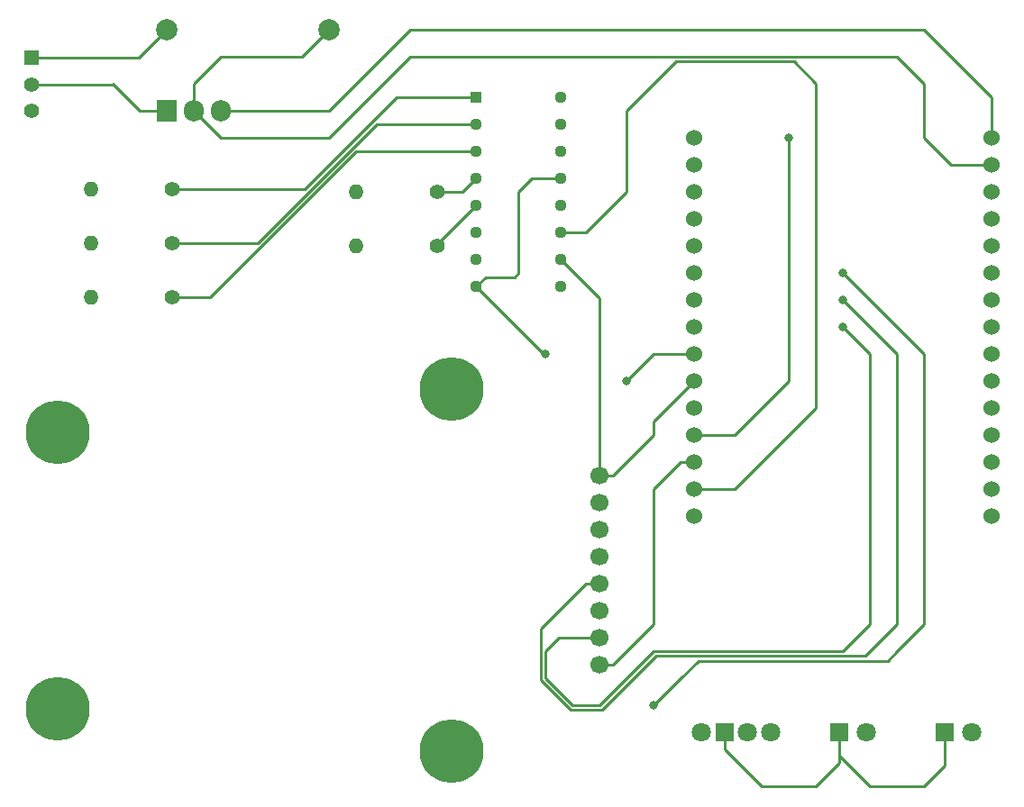
<source format=gbr>
%TF.GenerationSoftware,KiCad,Pcbnew,(6.0.11)*%
%TF.CreationDate,2023-02-17T23:10:17-08:00*%
%TF.ProjectId,badger,62616467-6572-42e6-9b69-6361645f7063,Original*%
%TF.SameCoordinates,Original*%
%TF.FileFunction,Copper,L1,Top*%
%TF.FilePolarity,Positive*%
%FSLAX46Y46*%
G04 Gerber Fmt 4.6, Leading zero omitted, Abs format (unit mm)*
G04 Created by KiCad (PCBNEW (6.0.11)) date 2023-02-17 23:10:17*
%MOMM*%
%LPD*%
G01*
G04 APERTURE LIST*
%TA.AperFunction,SMDPad,CuDef*%
%ADD10C,2.000000*%
%TD*%
%TA.AperFunction,ComponentPad*%
%ADD11C,1.400000*%
%TD*%
%TA.AperFunction,ComponentPad*%
%ADD12O,1.400000X1.400000*%
%TD*%
%TA.AperFunction,ComponentPad*%
%ADD13R,1.800000X1.800000*%
%TD*%
%TA.AperFunction,ComponentPad*%
%ADD14C,1.800000*%
%TD*%
%TA.AperFunction,ComponentPad*%
%ADD15R,1.130000X1.130000*%
%TD*%
%TA.AperFunction,ComponentPad*%
%ADD16C,1.130000*%
%TD*%
%TA.AperFunction,ComponentPad*%
%ADD17R,1.408000X1.408000*%
%TD*%
%TA.AperFunction,ComponentPad*%
%ADD18C,1.408000*%
%TD*%
%TA.AperFunction,ComponentPad*%
%ADD19R,1.905000X2.000000*%
%TD*%
%TA.AperFunction,ComponentPad*%
%ADD20O,1.905000X2.000000*%
%TD*%
%TA.AperFunction,ComponentPad*%
%ADD21C,6.000000*%
%TD*%
%TA.AperFunction,ComponentPad*%
%ADD22C,1.700000*%
%TD*%
%TA.AperFunction,ComponentPad*%
%ADD23C,1.524000*%
%TD*%
%TA.AperFunction,ViaPad*%
%ADD24C,0.800000*%
%TD*%
%TA.AperFunction,Conductor*%
%ADD25C,0.250000*%
%TD*%
G04 APERTURE END LIST*
D10*
%TO.P,PWR-0,1,Pin_1*%
%TO.N,Net-(CTRL0-Pad14)*%
X154940000Y-60960000D03*
%TD*%
D11*
%TO.P,R3,1*%
%TO.N,Net-(IC0-Pad4)*%
X165100000Y-76200000D03*
D12*
%TO.P,R3,2*%
%TO.N,Net-(LED1-Pad2)*%
X157480000Y-76200000D03*
%TD*%
D13*
%TO.P,LED2,1,K*%
%TO.N,Net-(CTRL0-Pad24)*%
X212760000Y-126960000D03*
D14*
%TO.P,LED2,2,A*%
%TO.N,Net-(LED2-Pad2)*%
X215300000Y-126960000D03*
%TD*%
D15*
%TO.P,IC0,1,QB*%
%TO.N,Net-(IC0-Pad1)*%
X168750000Y-67310000D03*
D16*
%TO.P,IC0,2,QC*%
%TO.N,Net-(IC0-Pad2)*%
X168750000Y-69850000D03*
%TO.P,IC0,3,QD*%
%TO.N,Net-(IC0-Pad3)*%
X168750000Y-72390000D03*
%TO.P,IC0,4,QE*%
%TO.N,Net-(IC0-Pad4)*%
X168750000Y-74930000D03*
%TO.P,IC0,5,QF*%
%TO.N,Net-(IC0-Pad5)*%
X168750000Y-77470000D03*
%TO.P,IC0,6,QG*%
%TO.N,unconnected-(IC0-Pad6)*%
X168750000Y-80010000D03*
%TO.P,IC0,7,QH*%
%TO.N,unconnected-(IC0-Pad7)*%
X168750000Y-82550000D03*
%TO.P,IC0,8,GND*%
%TO.N,Net-(CTRL0-Pad24)*%
X168750000Y-85090000D03*
%TO.P,IC0,9,QH'*%
%TO.N,unconnected-(IC0-Pad9)*%
X176690000Y-85090000D03*
%TO.P,IC0,10,~{SRCLR}*%
%TO.N,Net-(CTRL0-Pad25)*%
X176690000Y-82550000D03*
%TO.P,IC0,11,SRCLK*%
%TO.N,Net-(CTRL0-Pad29)*%
X176690000Y-80010000D03*
%TO.P,IC0,12,RCLK*%
%TO.N,Net-(CTRL0-Pad27)*%
X176690000Y-77470000D03*
%TO.P,IC0,13,~{OE}*%
%TO.N,Net-(CTRL0-Pad24)*%
X176690000Y-74930000D03*
%TO.P,IC0,14,SER*%
%TO.N,Net-(CTRL0-Pad26)*%
X176690000Y-72390000D03*
%TO.P,IC0,15,QA*%
%TO.N,unconnected-(IC0-Pad15)*%
X176690000Y-69850000D03*
%TO.P,IC0,16,VCC*%
%TO.N,Net-(CTRL0-Pad25)*%
X176690000Y-67310000D03*
%TD*%
D13*
%TO.P,LED1,1,K*%
%TO.N,Net-(CTRL0-Pad24)*%
X202860000Y-126960000D03*
D14*
%TO.P,LED1,2,A*%
%TO.N,Net-(LED1-Pad2)*%
X205400000Y-126960000D03*
%TD*%
%TO.P,LED0,1,RA*%
%TO.N,Net-(LED0-Pad1)*%
X189900000Y-126960000D03*
D13*
%TO.P,LED0,2,K*%
%TO.N,Net-(CTRL0-Pad24)*%
X192059000Y-126960000D03*
D14*
%TO.P,LED0,3,GA*%
%TO.N,Net-(LED0-Pad3)*%
X194218000Y-126960000D03*
%TO.P,LED0,4,BA*%
%TO.N,Net-(LED0-Pad4)*%
X196377000Y-126960000D03*
%TD*%
D17*
%TO.P,PSW0,1*%
%TO.N,Net-(PSW0-Pad1)*%
X127000000Y-63580000D03*
D18*
%TO.P,PSW0,2*%
%TO.N,Net-(PSW0-Pad2)*%
X127000000Y-66080000D03*
%TO.P,PSW0,3*%
%TO.N,unconnected-(PSW0-Pad3)*%
X127000000Y-68580000D03*
%TD*%
D19*
%TO.P,VR0,1,IN*%
%TO.N,Net-(PSW0-Pad2)*%
X139700000Y-68580000D03*
D20*
%TO.P,VR0,2,GND*%
%TO.N,Net-(CTRL0-Pad14)*%
X142240000Y-68580000D03*
%TO.P,VR0,3,OUT*%
%TO.N,Net-(CTRL0-Pad15)*%
X144780000Y-68580000D03*
%TD*%
D11*
%TO.P,R1,1*%
%TO.N,Net-(IC0-Pad2)*%
X140140000Y-81020000D03*
D12*
%TO.P,R1,2*%
%TO.N,Net-(LED0-Pad3)*%
X132520000Y-81020000D03*
%TD*%
D21*
%TO.P,IC1,*%
%TO.N,*%
X166400000Y-94760000D03*
X129400000Y-98760000D03*
X129400000Y-124760000D03*
X166400000Y-128760000D03*
D22*
%TO.P,IC1,1,SDA*%
%TO.N,Net-(CTRL0-Pad28)*%
X180340000Y-120650000D03*
%TO.P,IC1,2,SCK*%
%TO.N,Net-(CTRL0-Pad23)*%
X180340000Y-118110000D03*
%TO.P,IC1,3,MOSI*%
%TO.N,Net-(CTRL0-Pad21)*%
X180340000Y-115570000D03*
%TO.P,IC1,4,MISO*%
%TO.N,Net-(CTRL0-Pad22)*%
X180340000Y-113030000D03*
%TO.P,IC1,5,IRQ*%
%TO.N,unconnected-(IC1-Pad5)*%
X180340000Y-110490000D03*
%TO.P,IC1,6,GND*%
%TO.N,Net-(CTRL0-Pad24)*%
X180340000Y-107950000D03*
%TO.P,IC1,7,RST*%
%TO.N,unconnected-(IC1-Pad7)*%
X180340000Y-105410000D03*
%TO.P,IC1,8,3.3V*%
%TO.N,Net-(CTRL0-Pad25)*%
X180340000Y-102870000D03*
%TD*%
D11*
%TO.P,R4,1*%
%TO.N,Net-(IC0-Pad5)*%
X165100000Y-81280000D03*
D12*
%TO.P,R4,2*%
%TO.N,Net-(LED2-Pad2)*%
X157480000Y-81280000D03*
%TD*%
D23*
%TO.P,CTRL0,1,A0(ADC0)*%
%TO.N,unconnected-(CTRL0-Pad1)*%
X217170000Y-106680000D03*
%TO.P,CTRL0,2,RSV*%
%TO.N,unconnected-(CTRL0-Pad2)*%
X217170000Y-104140000D03*
%TO.P,CTRL0,3,RSV*%
%TO.N,unconnected-(CTRL0-Pad3)*%
X217170000Y-101600000D03*
%TO.P,CTRL0,4,SD3(GPIO10)*%
%TO.N,unconnected-(CTRL0-Pad4)*%
X217170000Y-99060000D03*
%TO.P,CTRL0,5,SD2(GPIO9)*%
%TO.N,unconnected-(CTRL0-Pad5)*%
X217170000Y-96520000D03*
%TO.P,CTRL0,6,SD1(MOSI)*%
%TO.N,unconnected-(CTRL0-Pad6)*%
X217170000Y-93980000D03*
%TO.P,CTRL0,7,CMD(CS)*%
%TO.N,unconnected-(CTRL0-Pad7)*%
X217170000Y-91440000D03*
%TO.P,CTRL0,8,SDO(MISO)*%
%TO.N,unconnected-(CTRL0-Pad8)*%
X217170000Y-88900000D03*
%TO.P,CTRL0,9,CLK(SCLK)*%
%TO.N,unconnected-(CTRL0-Pad9)*%
X217170000Y-86360000D03*
%TO.P,CTRL0,10,GND*%
%TO.N,unconnected-(CTRL0-Pad10)*%
X217170000Y-83820000D03*
%TO.P,CTRL0,11,3.3V*%
%TO.N,unconnected-(CTRL0-Pad11)*%
X217170000Y-81280000D03*
%TO.P,CTRL0,12,EN*%
%TO.N,unconnected-(CTRL0-Pad12)*%
X217170000Y-78740000D03*
%TO.P,CTRL0,13,RST*%
%TO.N,unconnected-(CTRL0-Pad13)*%
X217170000Y-76200000D03*
%TO.P,CTRL0,14,GND*%
%TO.N,Net-(CTRL0-Pad14)*%
X217170000Y-73660000D03*
%TO.P,CTRL0,15,VIN*%
%TO.N,Net-(CTRL0-Pad15)*%
X217170000Y-71120000D03*
%TO.P,CTRL0,16,3.3V*%
%TO.N,unconnected-(CTRL0-Pad16)*%
X189230000Y-71120000D03*
%TO.P,CTRL0,17,GND*%
%TO.N,unconnected-(CTRL0-Pad17)*%
X189230000Y-73660000D03*
%TO.P,CTRL0,18,TX(GPIO1)*%
%TO.N,unconnected-(CTRL0-Pad18)*%
X189230000Y-76200000D03*
%TO.P,CTRL0,19,RX(DPIO3)*%
%TO.N,unconnected-(CTRL0-Pad19)*%
X189230000Y-78740000D03*
%TO.P,CTRL0,20,D8(GPIO15)*%
%TO.N,unconnected-(CTRL0-Pad20)*%
X189230000Y-81280000D03*
%TO.P,CTRL0,21,D7(GPIO13)*%
%TO.N,Net-(CTRL0-Pad21)*%
X189230000Y-83820000D03*
%TO.P,CTRL0,22,D6(GPIO12)*%
%TO.N,Net-(CTRL0-Pad22)*%
X189230000Y-86360000D03*
%TO.P,CTRL0,23,D5(GPIO14)*%
%TO.N,Net-(CTRL0-Pad23)*%
X189230000Y-88900000D03*
%TO.P,CTRL0,24,GND*%
%TO.N,Net-(CTRL0-Pad24)*%
X189230000Y-91440000D03*
%TO.P,CTRL0,25,3.3V*%
%TO.N,Net-(CTRL0-Pad25)*%
X189230000Y-93980000D03*
%TO.P,CTRL0,26,D4(GPIO2)*%
%TO.N,Net-(CTRL0-Pad26)*%
X189230000Y-96520000D03*
%TO.P,CTRL0,27,D3(GPIO0)*%
%TO.N,Net-(CTRL0-Pad27)*%
X189230000Y-99060000D03*
%TO.P,CTRL0,28,D2(GPIO4)*%
%TO.N,Net-(CTRL0-Pad28)*%
X189230000Y-101600000D03*
%TO.P,CTRL0,29,D1(GPIO5)*%
%TO.N,Net-(CTRL0-Pad29)*%
X189230000Y-104140000D03*
%TO.P,CTRL0,30,D0(GPIO16)*%
%TO.N,unconnected-(CTRL0-Pad30)*%
X189230000Y-106680000D03*
%TD*%
D11*
%TO.P,R2,1*%
%TO.N,Net-(IC0-Pad3)*%
X140140000Y-86100000D03*
D12*
%TO.P,R2,2*%
%TO.N,Net-(LED0-Pad4)*%
X132520000Y-86100000D03*
%TD*%
D11*
%TO.P,R0,1*%
%TO.N,Net-(IC0-Pad1)*%
X140140000Y-75940000D03*
D12*
%TO.P,R0,2*%
%TO.N,Net-(LED0-Pad1)*%
X132520000Y-75940000D03*
%TD*%
D10*
%TO.P,PWR+0,1,Pin_1*%
%TO.N,Net-(PSW0-Pad1)*%
X139700000Y-60960000D03*
%TD*%
D24*
%TO.N,Net-(CTRL0-Pad21)*%
X203200000Y-83820000D03*
X185420000Y-124460000D03*
%TO.N,Net-(CTRL0-Pad22)*%
X203200000Y-86360000D03*
%TO.N,Net-(CTRL0-Pad23)*%
X203200000Y-88900000D03*
%TO.N,Net-(CTRL0-Pad24)*%
X175260000Y-91440000D03*
X182880000Y-93980000D03*
%TO.N,Net-(CTRL0-Pad27)*%
X198120000Y-71120000D03*
%TD*%
D25*
%TO.N,Net-(CTRL0-Pad14)*%
X152400000Y-63500000D02*
X154940000Y-60960000D01*
X208280000Y-63500000D02*
X210820000Y-66040000D01*
X154940000Y-71120000D02*
X162560000Y-63500000D01*
X142240000Y-66040000D02*
X144780000Y-63500000D01*
X142240000Y-68580000D02*
X142240000Y-66040000D01*
X144780000Y-71120000D02*
X154940000Y-71120000D01*
X144780000Y-63500000D02*
X152400000Y-63500000D01*
X210820000Y-66040000D02*
X210820000Y-71120000D01*
X210820000Y-71120000D02*
X213360000Y-73660000D01*
X213360000Y-73660000D02*
X217170000Y-73660000D01*
X162560000Y-63500000D02*
X208280000Y-63500000D01*
X142240000Y-68580000D02*
X144780000Y-71120000D01*
%TO.N,Net-(CTRL0-Pad15)*%
X217170000Y-67310000D02*
X217170000Y-71120000D01*
X144780000Y-68580000D02*
X154940000Y-68580000D01*
X154940000Y-68580000D02*
X162560000Y-60960000D01*
X210820000Y-60960000D02*
X217170000Y-67310000D01*
X162560000Y-60960000D02*
X210820000Y-60960000D01*
%TO.N,Net-(CTRL0-Pad21)*%
X210820000Y-114300000D02*
X210820000Y-116840000D01*
X210820000Y-93980000D02*
X210820000Y-114300000D01*
X207380000Y-120280000D02*
X195580000Y-120280000D01*
X210820000Y-116840000D02*
X208280000Y-119380000D01*
X208280000Y-119380000D02*
X207380000Y-120280000D01*
X195580000Y-120280000D02*
X189600000Y-120280000D01*
X203200000Y-83820000D02*
X210820000Y-91440000D01*
X210820000Y-91440000D02*
X210820000Y-93980000D01*
X187960000Y-121920000D02*
X185420000Y-124460000D01*
X189600000Y-120280000D02*
X187960000Y-121920000D01*
%TO.N,Net-(CTRL0-Pad22)*%
X208280000Y-91440000D02*
X208280000Y-116840000D01*
X203200000Y-86360000D02*
X208280000Y-91440000D01*
X174810000Y-117290000D02*
X179070000Y-113030000D01*
X185606396Y-119830000D02*
X180526396Y-124910000D01*
X180526396Y-124910000D02*
X177613604Y-124910000D01*
X205290000Y-119830000D02*
X185606396Y-119830000D01*
X174810000Y-122106396D02*
X174810000Y-117290000D01*
X177613604Y-124910000D02*
X174810000Y-122106396D01*
X208280000Y-116840000D02*
X205290000Y-119830000D01*
X179070000Y-113030000D02*
X180340000Y-113030000D01*
%TO.N,Net-(CTRL0-Pad23)*%
X175260000Y-119380000D02*
X176530000Y-118110000D01*
X175260000Y-121920000D02*
X175260000Y-119380000D01*
X205740000Y-91440000D02*
X205740000Y-116840000D01*
X203200000Y-88900000D02*
X205740000Y-91440000D01*
X205740000Y-116840000D02*
X203200000Y-119380000D01*
X176530000Y-118110000D02*
X180340000Y-118110000D01*
X203200000Y-119380000D02*
X185420000Y-119380000D01*
X177800000Y-124460000D02*
X175260000Y-121920000D01*
X185420000Y-119380000D02*
X180340000Y-124460000D01*
X180340000Y-124460000D02*
X177800000Y-124460000D01*
%TO.N,Net-(CTRL0-Pad24)*%
X189230000Y-91440000D02*
X185420000Y-91440000D01*
X205740000Y-132080000D02*
X202860000Y-129200000D01*
X202860000Y-126960000D02*
X202860000Y-129880000D01*
X202860000Y-129880000D02*
X200660000Y-132080000D01*
X168750000Y-85090000D02*
X169640000Y-84200000D01*
X175100000Y-91440000D02*
X168750000Y-85090000D01*
X202860000Y-129200000D02*
X202860000Y-126960000D01*
X195580000Y-132080000D02*
X192059000Y-128559000D01*
X169640000Y-84200000D02*
X172340000Y-84200000D01*
X210820000Y-132080000D02*
X205740000Y-132080000D01*
X212760000Y-130140000D02*
X210820000Y-132080000D01*
X212760000Y-126960000D02*
X212760000Y-130140000D01*
X200660000Y-132080000D02*
X195580000Y-132080000D01*
X172720000Y-83820000D02*
X172720000Y-76200000D01*
X192059000Y-128559000D02*
X192059000Y-126960000D01*
X173990000Y-74930000D02*
X176690000Y-74930000D01*
X172340000Y-84200000D02*
X172720000Y-83820000D01*
X175260000Y-91440000D02*
X175100000Y-91440000D01*
X172720000Y-76200000D02*
X173990000Y-74930000D01*
X185420000Y-91440000D02*
X182880000Y-93980000D01*
%TO.N,Net-(CTRL0-Pad25)*%
X185420000Y-97790000D02*
X185420000Y-99060000D01*
X189230000Y-93980000D02*
X185420000Y-97790000D01*
X180340000Y-86200000D02*
X176690000Y-82550000D01*
X181610000Y-102870000D02*
X180340000Y-102870000D01*
X185420000Y-99060000D02*
X181610000Y-102870000D01*
X180340000Y-102870000D02*
X180340000Y-86200000D01*
%TO.N,Net-(CTRL0-Pad27)*%
X198120000Y-93980000D02*
X198120000Y-71120000D01*
X189230000Y-99060000D02*
X193040000Y-99060000D01*
X193040000Y-99060000D02*
X198120000Y-93980000D01*
%TO.N,Net-(CTRL0-Pad28)*%
X185420000Y-104140000D02*
X185420000Y-116840000D01*
X181610000Y-120650000D02*
X180340000Y-120650000D01*
X185420000Y-116840000D02*
X181610000Y-120650000D01*
X189230000Y-101600000D02*
X187960000Y-101600000D01*
X187960000Y-101600000D02*
X185420000Y-104140000D01*
%TO.N,Net-(CTRL0-Pad29)*%
X200660000Y-96520000D02*
X200660000Y-66040000D01*
X182880000Y-76200000D02*
X179070000Y-80010000D01*
X189230000Y-104140000D02*
X193040000Y-104140000D01*
X193040000Y-104140000D02*
X200660000Y-96520000D01*
X198570000Y-63950000D02*
X187510000Y-63950000D01*
X200660000Y-66040000D02*
X198570000Y-63950000D01*
X187510000Y-63950000D02*
X182880000Y-68580000D01*
X179070000Y-80010000D02*
X176690000Y-80010000D01*
X182880000Y-68580000D02*
X182880000Y-76200000D01*
%TO.N,Net-(IC0-Pad1)*%
X168750000Y-67310000D02*
X161290000Y-67310000D01*
X152660000Y-75940000D02*
X140140000Y-75940000D01*
X161290000Y-67310000D02*
X152660000Y-75940000D01*
%TO.N,Net-(IC0-Pad2)*%
X159386396Y-69850000D02*
X148216396Y-81020000D01*
X168750000Y-69850000D02*
X159386396Y-69850000D01*
X148216396Y-81020000D02*
X140140000Y-81020000D01*
%TO.N,Net-(IC0-Pad3)*%
X168750000Y-72390000D02*
X157482792Y-72390000D01*
X143772792Y-86100000D02*
X140140000Y-86100000D01*
X157482792Y-72390000D02*
X143772792Y-86100000D01*
%TO.N,Net-(IC0-Pad4)*%
X168750000Y-74930000D02*
X167480000Y-76200000D01*
X167480000Y-76200000D02*
X165100000Y-76200000D01*
%TO.N,Net-(IC0-Pad5)*%
X165100000Y-81120000D02*
X165100000Y-81280000D01*
X168750000Y-77470000D02*
X165100000Y-81120000D01*
%TO.N,Net-(PSW0-Pad2)*%
X139700000Y-68580000D02*
X137160000Y-68580000D01*
X137160000Y-68580000D02*
X134620000Y-66040000D01*
X134580000Y-66080000D02*
X127000000Y-66080000D01*
X134620000Y-66040000D02*
X134580000Y-66080000D01*
%TO.N,Net-(PSW0-Pad1)*%
X139700000Y-60960000D02*
X137080000Y-63580000D01*
X137080000Y-63580000D02*
X127000000Y-63580000D01*
%TD*%
M02*

</source>
